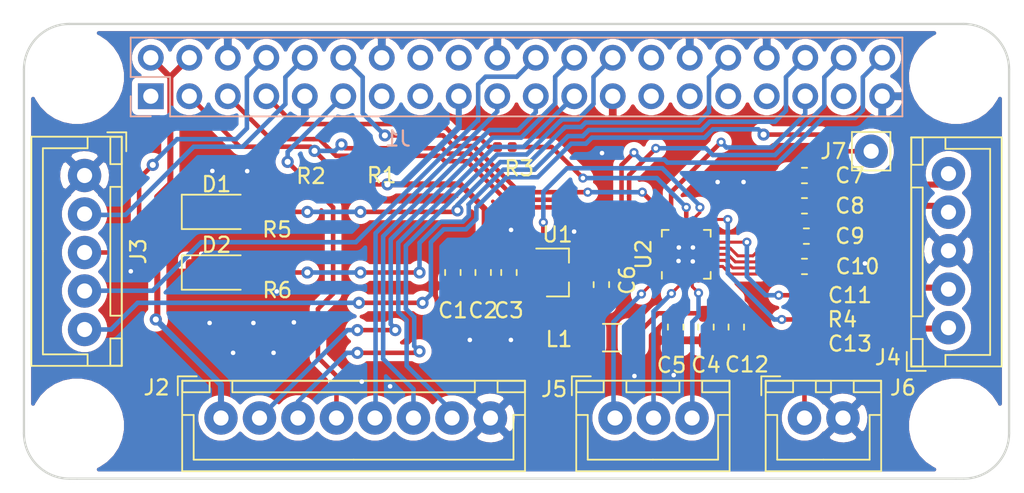
<source format=kicad_pcb>
(kicad_pcb (version 20171130) (host pcbnew "(5.1.6)-1")
  (title_block (title "Raspberry Pi Zero (W) uHAT Template Board") (date 2019-02-28) (rev 1.0) (comment 1 "This PCB design is licensed under MIT Open Source License."))
  (layers (0 F.Cu signal) (31 B.Cu signal) (34 B.Paste user) (35 F.Paste user) (36 B.SilkS user) (37 F.SilkS user) (38 B.Mask user) (39 F.Mask user) (44 Edge.Cuts user))
  (net 0 "")
  (net 1 +3V3)
  (net 2 +5V)
  (net 3 GND)
  (net 4 /GPIO27_GEN2)
  (net 5 /GPIO22_GEN3)
  (net 6 /GPIO23_GEN4)
  (net 7 /GPIO24_GEN5)
  (net 8 /ID_SD)
  (net 9 /ID_SC)
  (net 10 /GPIO5)
  (net 11 /GPIO6)
  (net 12 /GPIO13)
  (net 13 /GPIO26)
  (net 14 TFT_CD)
  (net 15 MOSI)
  (net 16 MISO)
  (net 17 SCLK)
  (net 18 LED_CS)
  (net 19 TOUCH_CS)
  (net 20 "Net-(C4-Pad1)")
  (net 21 "Net-(C6-Pad1)")
  (net 22 "Net-(C7-Pad1)")
  (net 23 LINEIN_L)
  (net 24 LINEIN_R)
  (net 25 "Net-(C8-Pad1)")
  (net 26 "Net-(C9-Pad1)")
  (net 27 LINEOUT_R)
  (net 28 LINEOUT_L)
  (net 29 "Net-(C10-Pad1)")
  (net 30 "Net-(C11-Pad1)")
  (net 31 MIC_IN)
  (net 32 "Net-(C12-Pad1)")
  (net 33 "Net-(C13-Pad1)")
  (net 34 SDA)
  (net 35 SCL)
  (net 36 SGTL_MCLK)
  (net 37 RPI_TX)
  (net 38 RPI_RX)
  (net 39 SGTL_BLCK)
  (net 40 RPI_READY)
  (net 41 I2S_RX_ACTIVE)
  (net 42 SGTL_FCLK)
  (net 43 I2S_TX_ACTIVE)
  (net 44 SGTL_I2S_OUT)
  (net 45 SGTL_I2S_IN)
  (net 46 RPI_RUN)
  (net 47 HP_GND)
  (net 48 HP_R)
  (net 49 HP_L)
  (net 50 "Net-(R3-Pad2)")
  (net 51 "Net-(D1-Pad2)")
  (net 52 "Net-(D2-Pad2)")
  (module lib:PinSocket_2x20_P2.54mm_Vertical_Centered_Anchor (layer B.Cu) (at 125.902 95.838 270)
    (fp_text reference J1 (at 2.8 -16.3) (layer B.SilkS) (effects (justify mirror)))
    (fp_text value GPIO_CONNECTOR)
    (pad 1 thru_hole rect (at 0 0 270) (size 1.7 1.7) (drill 1) (layers *.Cu *.Mask) (net 1 +3V3))
    (pad 2 thru_hole oval (at -2.54 0 270) (size 1.7 1.7) (drill 1) (layers *.Cu *.Mask) (net 2 +5V))
    (pad 3 thru_hole oval (at 0 -2.54 270) (size 1.7 1.7) (drill 1) (layers *.Cu *.Mask) (net 34 SDA))
    (pad 4 thru_hole oval (at -2.54 -2.54 270) (size 1.7 1.7) (drill 1) (layers *.Cu *.Mask) (net 2 +5V))
    (pad 5 thru_hole oval (at 0 -5.08 270) (size 1.7 1.7) (drill 1) (layers *.Cu *.Mask) (net 35 SCL))
    (pad 6 thru_hole oval (at -2.54 -5.08 270) (size 1.7 1.7) (drill 1) (layers *.Cu *.Mask) (net 3 GND))
    (pad 7 thru_hole oval (at 0 -7.62 270) (size 1.7 1.7) (drill 1) (layers *.Cu *.Mask) (net 36 SGTL_MCLK))
    (pad 8 thru_hole oval (at -2.54 -7.62 270) (size 1.7 1.7) (drill 1) (layers *.Cu *.Mask) (net 37 RPI_TX))
    (pad 9 thru_hole oval (at 0 -10.16 270) (size 1.7 1.7) (drill 1) (layers *.Cu *.Mask) (net 3 GND))
    (pad 10 thru_hole oval (at -2.54 -10.16 270) (size 1.7 1.7) (drill 1) (layers *.Cu *.Mask) (net 38 RPI_RX))
    (pad 11 thru_hole oval (at 0 -12.7 270) (size 1.7 1.7) (drill 1) (layers *.Cu *.Mask) (net 14 TFT_CD))
    (pad 12 thru_hole oval (at -2.54 -12.7 270) (size 1.7 1.7) (drill 1) (layers *.Cu *.Mask) (net 39 SGTL_BLCK))
    (pad 13 thru_hole oval (at 0 -15.24 270) (size 1.7 1.7) (drill 1) (layers *.Cu *.Mask) (net 4 /GPIO27_GEN2))
    (pad 14 thru_hole oval (at -2.54 -15.24 270) (size 1.7 1.7) (drill 1) (layers *.Cu *.Mask) (net 3 GND))
    (pad 15 thru_hole oval (at 0 -17.78 270) (size 1.7 1.7) (drill 1) (layers *.Cu *.Mask) (net 5 /GPIO22_GEN3))
    (pad 16 thru_hole oval (at -2.54 -17.78 270) (size 1.7 1.7) (drill 1) (layers *.Cu *.Mask) (net 6 /GPIO23_GEN4))
    (pad 17 thru_hole oval (at 0 -20.32 270) (size 1.7 1.7) (drill 1) (layers *.Cu *.Mask) (net 1 +3V3))
    (pad 18 thru_hole oval (at -2.54 -20.32 270) (size 1.7 1.7) (drill 1) (layers *.Cu *.Mask) (net 7 /GPIO24_GEN5))
    (pad 19 thru_hole oval (at 0 -22.86 270) (size 1.7 1.7) (drill 1) (layers *.Cu *.Mask) (net 15 MOSI))
    (pad 20 thru_hole oval (at -2.54 -22.86 270) (size 1.7 1.7) (drill 1) (layers *.Cu *.Mask) (net 3 GND))
    (pad 21 thru_hole oval (at 0 -25.4 270) (size 1.7 1.7) (drill 1) (layers *.Cu *.Mask) (net 16 MISO))
    (pad 22 thru_hole oval (at -2.54 -25.4 270) (size 1.7 1.7) (drill 1) (layers *.Cu *.Mask) (net 40 RPI_READY))
    (pad 23 thru_hole oval (at 0 -27.94 270) (size 1.7 1.7) (drill 1) (layers *.Cu *.Mask) (net 17 SCLK))
    (pad 24 thru_hole oval (at -2.54 -27.94 270) (size 1.7 1.7) (drill 1) (layers *.Cu *.Mask) (net 18 LED_CS))
    (pad 25 thru_hole oval (at 0 -30.48 270) (size 1.7 1.7) (drill 1) (layers *.Cu *.Mask) (net 3 GND))
    (pad 26 thru_hole oval (at -2.54 -30.48 270) (size 1.7 1.7) (drill 1) (layers *.Cu *.Mask) (net 19 TOUCH_CS))
    (pad 27 thru_hole oval (at 0 -33.02 270) (size 1.7 1.7) (drill 1) (layers *.Cu *.Mask) (net 8 /ID_SD))
    (pad 28 thru_hole oval (at -2.54 -33.02 270) (size 1.7 1.7) (drill 1) (layers *.Cu *.Mask) (net 9 /ID_SC))
    (pad 29 thru_hole oval (at 0 -35.56 270) (size 1.7 1.7) (drill 1) (layers *.Cu *.Mask) (net 10 /GPIO5))
    (pad 30 thru_hole oval (at -2.54 -35.56 270) (size 1.7 1.7) (drill 1) (layers *.Cu *.Mask) (net 3 GND))
    (pad 31 thru_hole oval (at 0 -38.1 270) (size 1.7 1.7) (drill 1) (layers *.Cu *.Mask) (net 11 /GPIO6))
    (pad 32 thru_hole oval (at -2.54 -38.1 270) (size 1.7 1.7) (drill 1) (layers *.Cu *.Mask) (net 41 I2S_RX_ACTIVE))
    (pad 33 thru_hole oval (at 0 -40.64 270) (size 1.7 1.7) (drill 1) (layers *.Cu *.Mask) (net 12 /GPIO13))
    (pad 34 thru_hole oval (at -2.54 -40.64 270) (size 1.7 1.7) (drill 1) (layers *.Cu *.Mask) (net 3 GND))
    (pad 35 thru_hole oval (at 0 -43.18 270) (size 1.7 1.7) (drill 1) (layers *.Cu *.Mask) (net 42 SGTL_FCLK))
    (pad 36 thru_hole oval (at -2.54 -43.18 270) (size 1.7 1.7) (drill 1) (layers *.Cu *.Mask) (net 43 I2S_TX_ACTIVE))
    (pad 37 thru_hole oval (at 0 -45.72 270) (size 1.7 1.7) (drill 1) (layers *.Cu *.Mask) (net 13 /GPIO26))
    (pad 38 thru_hole oval (at -2.54 -45.72 270) (size 1.7 1.7) (drill 1) (layers *.Cu *.Mask) (net 44 SGTL_I2S_OUT))
    (pad 39 thru_hole oval (at 0 -48.26 270) (size 1.7 1.7) (drill 1) (layers *.Cu *.Mask) (net 3 GND))
    (pad 40 thru_hole oval (at -2.54 -48.26 270) (size 1.7 1.7) (drill 1) (layers *.Cu *.Mask) (net 45 SGTL_I2S_IN))
  )
  (module lib:MountingHole_2.7mm_M2.5_uHAT_RPi (layer F.Cu) (at 121.032 94.568)
    (fp_text reference H1 hide)
    (fp_text value MountingHole hide)
    (pad "" np_thru_hole circle (at 0 0) (size 2.7 2.7) (drill 2.7) (layers *.Cu *.Mask) (clearance 1.75))
  )
  (module lib:MountingHole_2.7mm_M2.5_uHAT_RPi (layer F.Cu) (at 179.032 94.568)
    (fp_text reference H2 hide)
    (fp_text value MountingHole hide)
    (pad "" np_thru_hole circle (at 0 0) (size 2.7 2.7) (drill 2.7) (layers *.Cu *.Mask) (clearance 1.75))
  )
  (module lib:MountingHole_2.7mm_M2.5_uHAT_RPi (layer F.Cu) (at 179.032 117.568)
    (fp_text reference H3 hide)
    (fp_text value MountingHole hide)
    (pad "" np_thru_hole circle (at 0 0) (size 2.7 2.7) (drill 2.7) (layers *.Cu *.Mask) (clearance 1.75))
  )
  (module lib:MountingHole_2.7mm_M2.5_uHAT_RPi (layer F.Cu) (at 121.032 117.568)
    (fp_text reference H4 hide)
    (fp_text value MountingHole hide)
    (pad "" np_thru_hole circle (at 0 0) (size 2.7 2.7) (drill 2.7) (layers *.Cu *.Mask) (clearance 1.75))
  )
  (module 0_my_footprints:myJSTx08 (layer F.Cu) (at 130.532 117.068)
    (fp_text reference J2 (at -4.25 -2.01) (layer F.SilkS))
    (fp_text value display)
    (pad 1 thru_hole circle (at 0 0) (size 2.2 2.2) (drill 1) (layers *.Cu *.Mask) (net 2 +5V))
    (pad 2 thru_hole circle (at 2.54 0) (size 2.2 2.2) (drill 1) (layers *.Cu *.Mask) (net 18 LED_CS))
    (pad 3 thru_hole circle (at 5.08 0) (size 2.2 2.2) (drill 1) (layers *.Cu *.Mask) (net 19 TOUCH_CS))
    (pad 4 thru_hole circle (at 7.62 0) (size 2.2 2.2) (drill 1) (layers *.Cu *.Mask) (net 14 TFT_CD))
    (pad 5 thru_hole circle (at 10.16 0) (size 2.2 2.2) (drill 1) (layers *.Cu *.Mask) (net 15 MOSI))
    (pad 6 thru_hole circle (at 12.7 0) (size 2.2 2.2) (drill 1) (layers *.Cu *.Mask) (net 16 MISO))
    (pad 7 thru_hole circle (at 15.24 0) (size 2.2 2.2) (drill 1) (layers *.Cu *.Mask) (net 17 SCLK))
    (pad 8 thru_hole circle (at 17.78 0) (size 2.2 2.2) (drill 1) (layers *.Cu *.Mask) (net 3 GND))
  )
  (module Capacitor_SMD:C_0603_1608Metric_Pad1.05x0.95mm_HandSolder (layer F.Cu) (at 145.832 107.468 270)
    (fp_text reference C1 (at 2.5 0 180) (layer F.SilkS))
    (fp_text value 2.2uf)
    (pad 1 smd roundrect (at -0.875 0 270) (size 1.05 0.95) (layers F.Cu F.Paste F.Mask) (net 1 +3V3))
    (pad 2 smd roundrect (at 0.875 0 270) (size 1.05 0.95) (layers F.Cu F.Paste F.Mask) (net 3 GND))
  )
  (module Capacitor_SMD:C_0603_1608Metric_Pad1.05x0.95mm_HandSolder (layer F.Cu) (at 147.832 107.468 270)
    (fp_text reference C2 (at 2.5 0 180) (layer F.SilkS))
    (fp_text value 0.1uf)
    (pad 2 smd roundrect (at 0.875 0 270) (size 1.05 0.95) (layers F.Cu F.Paste F.Mask) (net 3 GND))
    (pad 1 smd roundrect (at -0.875 0 270) (size 1.05 0.95) (layers F.Cu F.Paste F.Mask) (net 1 +3V3))
  )
  (module Capacitor_SMD:C_0603_1608Metric_Pad1.05x0.95mm_HandSolder (layer F.Cu) (at 149.532 107.468 270)
    (fp_text reference C3 (at 2.5 0 180) (layer F.SilkS))
    (fp_text value 0.1uf)
    (pad 1 smd roundrect (at -0.875 0 270) (size 1.05 0.95) (layers F.Cu F.Paste F.Mask) (net 1 +3V3))
    (pad 2 smd roundrect (at 0.875 0 270) (size 1.05 0.95) (layers F.Cu F.Paste F.Mask) (net 3 GND))
  )
  (module Capacitor_SMD:C_0603_1608Metric_Pad1.05x0.95mm_HandSolder (layer F.Cu) (at 162.532 111.068 270)
    (fp_text reference C4 (at 2.5 0 180) (layer F.SilkS))
    (fp_text value 2.2uf)
    (pad 1 smd roundrect (at -0.875 0 270) (size 1.05 0.95) (layers F.Cu F.Paste F.Mask) (net 20 "Net-(C4-Pad1)"))
    (pad 2 smd roundrect (at 0.875 0 270) (size 1.05 0.95) (layers F.Cu F.Paste F.Mask) (net 3 GND))
  )
  (module Capacitor_SMD:C_0603_1608Metric_Pad1.05x0.95mm_HandSolder (layer F.Cu) (at 160.532 111.068 270)
    (fp_text reference C5 (at 2.51 0.27 180) (layer F.SilkS))
    (fp_text value 0.1uf)
    (pad 2 smd roundrect (at 0.875 0 270) (size 1.05 0.95) (layers F.Cu F.Paste F.Mask) (net 3 GND))
    (pad 1 smd roundrect (at -0.875 0 270) (size 1.05 0.95) (layers F.Cu F.Paste F.Mask) (net 20 "Net-(C4-Pad1)"))
  )
  (module Capacitor_SMD:C_0603_1608Metric_Pad1.05x0.95mm_HandSolder (layer F.Cu) (at 155.632 108.268 270)
    (fp_text reference C6 (at -0.3 -1.7 90) (layer F.SilkS))
    (fp_text value 2.2uf)
    (pad 2 smd roundrect (at 0.875 0 270) (size 1.05 0.95) (layers F.Cu F.Paste F.Mask) (net 3 GND))
    (pad 1 smd roundrect (at -0.875 0 270) (size 1.05 0.95) (layers F.Cu F.Paste F.Mask) (net 21 "Net-(C6-Pad1)"))
  )
  (module Capacitor_SMD:C_0603_1608Metric_Pad1.05x0.95mm_HandSolder (layer F.Cu) (at 169.032 101.068)
    (fp_text reference C7 (at 3 0) (layer F.SilkS))
    (fp_text value 2.2uf)
    (pad 1 smd roundrect (at -0.875 0) (size 1.05 0.95) (layers F.Cu F.Paste F.Mask) (net 22 "Net-(C7-Pad1)"))
    (pad 2 smd roundrect (at 0.875 0) (size 1.05 0.95) (layers F.Cu F.Paste F.Mask) (net 23 LINEIN_L))
  )
  (module Capacitor_SMD:C_0603_1608Metric_Pad1.05x0.95mm_HandSolder (layer F.Cu) (at 169.032 103.068)
    (fp_text reference C8 (at 3 0) (layer F.SilkS))
    (fp_text value 2.2uf)
    (pad 2 smd roundrect (at 0.875 0) (size 1.05 0.95) (layers F.Cu F.Paste F.Mask) (net 24 LINEIN_R))
    (pad 1 smd roundrect (at -0.875 0) (size 1.05 0.95) (layers F.Cu F.Paste F.Mask) (net 25 "Net-(C8-Pad1)"))
  )
  (module Capacitor_SMD:C_0603_1608Metric_Pad1.05x0.95mm_HandSolder (layer F.Cu) (at 169.157 105.068)
    (fp_text reference C9 (at 2.875 0) (layer F.SilkS))
    (fp_text value 2.2uf)
    (pad 1 smd roundrect (at -0.875 0) (size 1.05 0.95) (layers F.Cu F.Paste F.Mask) (net 26 "Net-(C9-Pad1)"))
    (pad 2 smd roundrect (at 0.875 0) (size 1.05 0.95) (layers F.Cu F.Paste F.Mask) (net 28 LINEOUT_L))
  )
  (module Capacitor_SMD:C_0603_1608Metric_Pad1.05x0.95mm_HandSolder (layer F.Cu) (at 169.032 107.068)
    (fp_text reference C10 (at 3.5 0) (layer F.SilkS))
    (fp_text value 2.2uf)
    (pad 2 smd roundrect (at 0.875 0) (size 1.05 0.95) (layers F.Cu F.Paste F.Mask) (net 27 LINEOUT_R))
    (pad 1 smd roundrect (at -0.875 0) (size 1.05 0.95) (layers F.Cu F.Paste F.Mask) (net 29 "Net-(C10-Pad1)"))
  )
  (module Capacitor_SMD:C_0603_1608Metric_Pad1.05x0.95mm_HandSolder (layer F.Cu) (at 164.532 111.068 270)
    (fp_text reference C12 (at 2.47 -0.7 180) (layer F.SilkS))
    (fp_text value 0.15uf)
    (pad 2 smd roundrect (at 0.875 0 270) (size 1.05 0.95) (layers F.Cu F.Paste F.Mask) (net 3 GND))
    (pad 1 smd roundrect (at -0.875 0 270) (size 1.05 0.95) (layers F.Cu F.Paste F.Mask) (net 32 "Net-(C12-Pad1)"))
  )
  (module 0_my_footprints:myJSTx05 (layer F.Cu) (at 121.532 101.068 270)
    (fp_text reference J3 (at 5 -3.55 90) (layer F.SilkS))
    (fp_text value esp32)
    (pad 1 thru_hole circle (at 0 0 270) (size 2.2 2.2) (drill 1) (layers *.Cu *.Mask) (net 3 GND))
    (pad 2 thru_hole circle (at 2.54 0 270) (size 2.2 2.2) (drill 1) (layers *.Cu *.Mask) (net 38 RPI_RX))
    (pad 3 thru_hole circle (at 5.08 0 270) (size 2.2 2.2) (drill 1) (layers *.Cu *.Mask) (net 37 RPI_TX))
    (pad 4 thru_hole circle (at 7.62 0 270) (size 2.2 2.2) (drill 1) (layers *.Cu *.Mask) (net 40 RPI_READY))
    (pad 5 thru_hole circle (at 10.16 0 270) (size 2.2 2.2) (drill 1) (layers *.Cu *.Mask) (net 46 RPI_RUN))
  )
  (module 0_my_footprints:myJSTx05 (layer F.Cu) (at 178.532 111.108 90)
    (fp_text reference J4 (at -1.96 -4 180) (layer F.SilkS))
    (fp_text value audio)
    (pad 5 thru_hole circle (at 10.16 0 90) (size 2.2 2.2) (drill 1) (layers *.Cu *.Mask) (net 23 LINEIN_L))
    (pad 4 thru_hole circle (at 7.62 0 90) (size 2.2 2.2) (drill 1) (layers *.Cu *.Mask) (net 24 LINEIN_R))
    (pad 3 thru_hole circle (at 5.08 0 90) (size 2.2 2.2) (drill 1) (layers *.Cu *.Mask) (net 3 GND))
    (pad 2 thru_hole circle (at 2.54 0 90) (size 2.2 2.2) (drill 1) (layers *.Cu *.Mask) (net 28 LINEOUT_L))
    (pad 1 thru_hole circle (at 0 0 90) (size 2.2 2.2) (drill 1) (layers *.Cu *.Mask) (net 27 LINEOUT_R))
  )
  (module 0_my_footprints:myJSTx03 (layer F.Cu) (at 156.532 117.068)
    (fp_text reference J5 (at -4.02 -1.9) (layer F.SilkS))
    (fp_text value HP)
    (pad 1 thru_hole circle (at 0 0) (size 2.2 2.2) (drill 1) (layers *.Cu *.Mask) (net 48 HP_R))
    (pad 2 thru_hole circle (at 2.54 0) (size 2.2 2.2) (drill 1) (layers *.Cu *.Mask) (net 47 HP_GND))
    (pad 3 thru_hole circle (at 5.08 0) (size 2.2 2.2) (drill 1) (layers *.Cu *.Mask) (net 49 HP_L))
  )
  (module 0_my_footprints:myJSTx02 (layer F.Cu) (at 169.032 117.068)
    (fp_text reference J6 (at 6.5 -2) (layer F.SilkS))
    (fp_text value mic)
    (pad 1 thru_hole circle (at 0 0) (size 2.2 2.2) (drill 1) (layers *.Cu *.Mask) (net 31 MIC_IN))
    (pad 2 thru_hole circle (at 2.54 0) (size 2.2 2.2) (drill 1) (layers *.Cu *.Mask) (net 3 GND))
  )
  (module 0_my_footprints:myPinHeader_1x01 (layer F.Cu) (at 173.432 99.468)
    (fp_text reference J7 (at -2.5 0) (layer F.SilkS))
    (fp_text value RPI_RUN)
    (pad 1 thru_hole circle (at 0 0) (size 2.2 2.2) (drill 1) (layers *.Cu *.Mask) (net 46 RPI_RUN))
  )
  (module Inductor_SMD:L_1206_3216Metric (layer F.Cu) (at 156.332 111.768)
    (fp_text reference L1 (at -3.5 0.1) (layer F.SilkS))
    (fp_text value "Ferrite 600")
    (pad 1 smd roundrect (at -1.4 0) (size 1.25 1.75) (layers F.Cu F.Paste F.Mask) (roundrect_rratio 0.2) (net 1 +3V3))
    (pad 2 smd roundrect (at 1.4 0) (size 1.25 1.75) (layers F.Cu F.Paste F.Mask) (roundrect_rratio 0.2) (net 20 "Net-(C4-Pad1)"))
  )
  (module Package_DFN_QFN:QFN-20-1EP_3x3mm_P0.4mm_EP1.65x1.65mm (layer F.Cu) (at 161.232 106.268 90)
    (fp_text reference U2 (at 0 -2.82 90) (layer F.SilkS))
    (fp_text value pauls_sgtl_5000_20)
    (pad 1 smd roundrect (at -1.45 -0.8 90) (size 0.85 0.2) (layers F.Cu F.Paste F.Mask) (net 48 HP_R))
    (pad 2 smd roundrect (at -1.45 -0.4 90) (size 0.85 0.2) (layers F.Cu F.Paste F.Mask) (net 47 HP_GND))
    (pad 3 smd roundrect (at -1.45 0 90) (size 0.85 0.2) (layers F.Cu F.Paste F.Mask) (net 20 "Net-(C4-Pad1)"))
    (pad 4 smd roundrect (at -1.45 0.4 90) (size 0.85 0.2) (layers F.Cu F.Paste F.Mask) (net 49 HP_L))
    (pad 5 smd roundrect (at -1.45 0.8 90) (size 0.85 0.2) (layers F.Cu F.Paste F.Mask) (net 32 "Net-(C12-Pad1)"))
    (pad 6 smd roundrect (at -0.8 1.45 90) (size 0.2 0.85) (layers F.Cu F.Paste F.Mask) (net 29 "Net-(C10-Pad1)"))
    (pad 7 smd roundrect (at -0.4 1.45 90) (size 0.2 0.85) (layers F.Cu F.Paste F.Mask) (net 26 "Net-(C9-Pad1)"))
    (pad 8 smd roundrect (at 0 1.45 90) (size 0.2 0.85) (layers F.Cu F.Paste F.Mask) (net 25 "Net-(C8-Pad1)"))
    (pad 9 smd roundrect (at 0.4 1.45 90) (size 0.2 0.85) (layers F.Cu F.Paste F.Mask) (net 22 "Net-(C7-Pad1)"))
    (pad 10 smd roundrect (at 0.8 1.45 90) (size 0.2 0.85) (layers F.Cu F.Paste F.Mask) (net 30 "Net-(C11-Pad1)"))
    (pad 11 smd roundrect (at 1.45 0.8 90) (size 0.85 0.2) (layers F.Cu F.Paste F.Mask) (net 33 "Net-(C13-Pad1)"))
    (pad 12 smd roundrect (at 1.45 0.4 90) (size 0.85 0.2) (layers F.Cu F.Paste F.Mask) (net 1 +3V3))
    (pad 13 smd roundrect (at 1.45 0 90) (size 0.85 0.2) (layers F.Cu F.Paste F.Mask) (net 50 "Net-(R3-Pad2)"))
    (pad 14 smd roundrect (at 1.45 -0.4 90) (size 0.85 0.2) (layers F.Cu F.Paste F.Mask) (net 42 SGTL_FCLK))
    (pad 15 smd roundrect (at 1.45 -0.8 90) (size 0.85 0.2) (layers F.Cu F.Paste F.Mask) (net 39 SGTL_BLCK))
    (pad 16 smd roundrect (at 0.8 -1.45 90) (size 0.2 0.85) (layers F.Cu F.Paste F.Mask) (net 44 SGTL_I2S_OUT))
    (pad 17 smd roundrect (at 0.4 -1.45 90) (size 0.2 0.85) (layers F.Cu F.Paste F.Mask) (net 45 SGTL_I2S_IN))
    (pad 18 smd roundrect (at 0 -1.45 90) (size 0.2 0.85) (layers F.Cu F.Paste F.Mask) (net 34 SDA))
    (pad 19 smd roundrect (at -0.4 -1.45 90) (size 0.2 0.85) (layers F.Cu F.Paste F.Mask) (net 35 SCL))
    (pad 20 smd roundrect (at -0.8 -1.45 90) (size 0.2 0.85) (layers F.Cu F.Paste F.Mask) (net 21 "Net-(C6-Pad1)"))
    (pad 21 smd rect (at 0 0 90) (size 1.65 1.65) (layers F.Cu F.Mask) (net 3 GND))
  )
  (module Package_TO_SOT_SMD:SOT-23 (layer F.Cu) (at 152.732 107.468)
    (fp_text reference U1 (at 0 -2.5) (layer F.SilkS))
    (fp_text value AP7313-18)
    (pad 1 smd rect (at -1 -0.95) (size 0.9 0.8) (layers F.Cu F.Paste F.Mask) (net 1 +3V3))
    (pad 2 smd rect (at -1 0.95) (size 0.9 0.8) (layers F.Cu F.Paste F.Mask) (net 3 GND))
    (pad 3 smd rect (at 1 0) (size 0.9 0.8) (layers F.Cu F.Paste F.Mask) (net 21 "Net-(C6-Pad1)"))
  )
  (module Capacitor_SMD:C_0402_1005Metric (layer F.Cu) (at 169.032 108.968)
    (fp_text reference C11 (at 3 0) (layer F.SilkS))
    (fp_text value 0.1uf)
    (pad 1 smd roundrect (at -0.485 0) (size 0.59 0.64) (layers F.Cu F.Paste F.Mask) (net 30 "Net-(C11-Pad1)"))
    (pad 2 smd roundrect (at 0.485 0) (size 0.59 0.64) (layers F.Cu F.Paste F.Mask) (net 31 MIC_IN))
  )
  (module Capacitor_SMD:C_0402_1005Metric (layer F.Cu) (at 169.032 112.068)
    (fp_text reference C13 (at 3 0.1) (layer F.SilkS))
    (fp_text value 2.2uf)
    (pad 2 smd roundrect (at 0.485 0) (size 0.59 0.64) (layers F.Cu F.Paste F.Mask) (net 3 GND))
    (pad 1 smd roundrect (at -0.485 0) (size 0.59 0.64) (layers F.Cu F.Paste F.Mask) (net 33 "Net-(C13-Pad1)"))
  )
  (module LED_SMD:LED_1206_3216Metric (layer F.Cu) (at 130.232 103.468)
    (fp_text reference D1 (at 0 -1.82) (layer F.SilkS))
    (fp_text value LED)
    (pad 2 smd roundrect (at 1.4 0) (size 1.25 1.75) (layers F.Cu F.Paste F.Mask) (roundrect_rratio 0.2) (net 51 "Net-(D1-Pad2)"))
    (pad 1 smd roundrect (at -1.4 0) (size 1.25 1.75) (layers F.Cu F.Paste F.Mask) (roundrect_rratio 0.2) (net 3 GND))
  )
  (module LED_SMD:LED_1206_3216Metric (layer F.Cu) (at 130.232 107.468)
    (fp_text reference D2 (at 0 -1.82) (layer F.SilkS))
    (fp_text value LED)
    (pad 1 smd roundrect (at -1.4 0) (size 1.25 1.75) (layers F.Cu F.Paste F.Mask) (roundrect_rratio 0.2) (net 3 GND))
    (pad 2 smd roundrect (at 1.4 0) (size 1.25 1.75) (layers F.Cu F.Paste F.Mask) (roundrect_rratio 0.2) (net 52 "Net-(D2-Pad2)"))
  )
  (module Resistor_SMD:R_0402_1005Metric (layer F.Cu) (at 139.632 101.168 90)
    (fp_text reference R1 (at 0.11 1.5 180) (layer F.SilkS))
    (fp_text value 2.2k)
    (pad 2 smd roundrect (at 0.485 0 90) (size 0.59 0.64) (layers F.Cu F.Paste F.Mask) (net 35 SCL))
    (pad 1 smd roundrect (at -0.485 0 90) (size 0.59 0.64) (layers F.Cu F.Paste F.Mask) (net 1 +3V3))
  )
  (module Resistor_SMD:R_0402_1005Metric (layer F.Cu) (at 138.132 101.168 90)
    (fp_text reference R2 (at 0.06 -1.66 180) (layer F.SilkS))
    (fp_text value 2.2k)
    (pad 2 smd roundrect (at 0.485 0 90) (size 0.59 0.64) (layers F.Cu F.Paste F.Mask) (net 34 SDA))
    (pad 1 smd roundrect (at -0.485 0 90) (size 0.59 0.64) (layers F.Cu F.Paste F.Mask) (net 1 +3V3))
  )
  (module Resistor_SMD:R_0402_1005Metric (layer F.Cu) (at 149.262 99.188)
    (fp_text reference R3 (at 0.95 1.41) (layer F.SilkS))
    (fp_text value 100)
    (pad 1 smd roundrect (at -0.485 0) (size 0.59 0.64) (layers F.Cu F.Paste F.Mask) (net 36 SGTL_MCLK))
    (pad 2 smd roundrect (at 0.485 0) (size 0.59 0.64) (layers F.Cu F.Paste F.Mask) (net 50 "Net-(R3-Pad2)"))
  )
  (module Resistor_SMD:R_0402_1005Metric (layer F.Cu) (at 169.032 110.568)
    (fp_text reference R4 (at 2.5 0) (layer F.SilkS))
    (fp_text value 2.2k)
    (pad 1 smd roundrect (at -0.485 0) (size 0.59 0.64) (layers F.Cu F.Paste F.Mask) (net 33 "Net-(C13-Pad1)"))
    (pad 2 smd roundrect (at 0.485 0) (size 0.59 0.64) (layers F.Cu F.Paste F.Mask) (net 31 MIC_IN))
  )
  (module Resistor_SMD:R_0402_1005Metric (layer F.Cu) (at 134.232 103.468 180)
    (fp_text reference R5 (at 0 -1.17) (layer F.SilkS))
    (fp_text value 2.2k)
    (pad 2 smd roundrect (at 0.485 0 180) (size 0.59 0.64) (layers F.Cu F.Paste F.Mask) (net 51 "Net-(D1-Pad2)"))
    (pad 1 smd roundrect (at -0.485 0 180) (size 0.59 0.64) (layers F.Cu F.Paste F.Mask) (net 41 I2S_RX_ACTIVE))
  )
  (module Resistor_SMD:R_0402_1005Metric (layer F.Cu) (at 134.247 107.468 180)
    (fp_text reference R6 (at 0 -1.17) (layer F.SilkS))
    (fp_text value 2.2k)
    (pad 1 smd roundrect (at -0.485 0 180) (size 0.59 0.64) (layers F.Cu F.Paste F.Mask) (net 43 I2S_TX_ACTIVE))
    (pad 2 smd roundrect (at 0.485 0 180) (size 0.59 0.64) (layers F.Cu F.Paste F.Mask) (net 52 "Net-(D2-Pad2)"))
  )
  (gr_line (start 121.032 121.068) (end 120.532 121.068) (layer Edge.Cuts) (width 0.15))
  (gr_line (start 179.032 121.068) (end 179.532 121.068) (layer Edge.Cuts) (width 0.15))
  (gr_line (start 182.532 94.068) (end 182.532 118.068) (layer Edge.Cuts) (width 0.15))
  (gr_line (start 120.532 91.068) (end 179.532 91.068) (layer Edge.Cuts) (width 0.15))
  (gr_line (start 117.532 118.068) (end 117.532 94.068) (layer Edge.Cuts) (width 0.15))
  (gr_arc (start 120.532 94.068) (end 120.532 91.068) (angle -90) (layer Edge.Cuts) (width 0.15))
  (gr_arc (start 120.532 118.068) (end 117.532 118.068) (angle -90) (layer Edge.Cuts) (width 0.15))
  (gr_arc (start 179.532 118.068) (end 179.532 121.068) (angle -90) (layer Edge.Cuts) (width 0.15))
  (gr_arc (start 179.532 94.068) (end 182.532 94.068) (angle -90) (layer Edge.Cuts) (width 0.15))
  (gr_line (start 121.032 121.068) (end 179.032 121.068) (layer Edge.Cuts) (width 0.15))
  (via (at 161.662 106.738) (size 0.6) (drill 0.3) (layers F.Cu B.Cu) (net 3))
  (via (at 160.722 106.708) (size 0.6) (drill 0.3) (layers F.Cu B.Cu) (net 3))
  (via (at 161.672 105.818) (size 0.6) (drill 0.3) (layers F.Cu B.Cu) (net 3))
  (via (at 160.742 105.818) (size 0.6) (drill 0.3) (layers F.Cu B.Cu) (net 3))
  (segment (start 138.132 101.653) (end 141.517 101.653) (width 0.3) (layer F.Cu) (net 1))
  (segment (start 141.517 101.653) (end 141.517 101.653) (width 0.3) (layer F.Cu) (net 1))
  (via (at 141.517 101.653) (size 0.8) (drill 0.4) (layers F.Cu B.Cu) (net 1))
  (segment (start 146.182 106.618) (end 146.132 106.568) (width 0.4) (layer F.Cu) (net 1))
  (segment (start 146.222 95.838) (end 146.222 97.90017) (width 0.4) (layer B.Cu) (net 1))
  (segment (start 142.46917 101.653) (end 141.517 101.653) (width 0.4) (layer B.Cu) (net 1))
  (segment (start 146.222 97.90017) (end 142.46917 101.653) (width 0.4) (layer B.Cu) (net 1))
  (segment (start 141.517 101.653) (end 146.317 101.653) (width 0.4) (layer F.Cu) (net 1))
  (segment (start 161.632 104.00441) (end 162.132 103.50441) (width 0.2) (layer F.Cu) (net 1))
  (segment (start 161.632 104.818) (end 161.632 104.00441) (width 0.2) (layer F.Cu) (net 1))
  (segment (start 162.132 103.50441) (end 162.132 103.168) (width 0.2) (layer F.Cu) (net 1))
  (segment (start 151.807 106.493) (end 151.832 106.468) (width 0.4) (layer F.Cu) (net 1))
  (segment (start 150.607 106.568) (end 150.607 109.918) (width 0.4) (layer F.Cu) (net 1))
  (segment (start 150.607 106.568) (end 151.807 106.568) (width 0.4) (layer F.Cu) (net 1))
  (segment (start 146.232 106.568) (end 150.607 106.568) (width 0.4) (layer F.Cu) (net 1))
  (segment (start 150.607 109.843) (end 152.532 111.768) (width 0.4) (layer F.Cu) (net 1))
  (segment (start 152.532 111.768) (end 155.032 111.768) (width 0.4) (layer F.Cu) (net 1))
  (segment (start 147.932 103.268) (end 147.932 106.468) (width 0.4) (layer F.Cu) (net 1))
  (segment (start 146.317 101.653) (end 147.932 103.268) (width 0.4) (layer F.Cu) (net 1))
  (segment (start 162.132 103.168) (end 162.132 103.168) (width 0.2) (layer F.Cu) (net 1))
  (via (at 162.132 103.168) (size 0.6) (drill 0.3) (layers F.Cu B.Cu) (net 1))
  (segment (start 153.362001 100.587999) (end 159.651999 100.587999) (width 0.3) (layer B.Cu) (net 1))
  (segment (start 159.651999 100.587999) (end 162.132 103.068) (width 0.3) (layer B.Cu) (net 1))
  (segment (start 151.802 102.148) (end 153.362001 100.587999) (width 0.3) (layer B.Cu) (net 1))
  (segment (start 162.132 103.068) (end 162.132 103.168) (width 0.3) (layer B.Cu) (net 1))
  (segment (start 151.802 104.158) (end 151.802 104.158) (width 0.3) (layer B.Cu) (net 1))
  (segment (start 151.802 104.158) (end 151.802 102.148) (width 0.3) (layer B.Cu) (net 1))
  (via (at 151.802 104.158) (size 0.6) (drill 0.3) (layers F.Cu B.Cu) (net 1))
  (segment (start 151.802 104.158) (end 151.802 106.348) (width 0.3) (layer F.Cu) (net 1))
  (segment (start 151.802 106.348) (end 151.842 106.388) (width 0.3) (layer F.Cu) (net 1))
  (segment (start 125.902 93.298) (end 127.191999 94.587999) (width 0.4) (layer F.Cu) (net 2))
  (segment (start 127.191999 94.548001) (end 127.191999 94.587999) (width 0.4) (layer F.Cu) (net 2))
  (segment (start 128.442 93.298) (end 127.191999 94.548001) (width 0.4) (layer F.Cu) (net 2))
  (segment (start 130.532 117.068) (end 130.532 114.868) (width 0.4) (layer B.Cu) (net 2))
  (segment (start 130.532 114.868) (end 126.232 110.568) (width 0.4) (layer B.Cu) (net 2))
  (segment (start 126.232 110.568) (end 126.232 110.568) (width 0.4) (layer B.Cu) (net 2))
  (via (at 126.232 110.568) (size 0.8) (drill 0.4) (layers F.Cu B.Cu) (net 2))
  (segment (start 126.332 110.468) (end 126.232 110.568) (width 0.4) (layer F.Cu) (net 2))
  (segment (start 127.191999 94.587999) (end 127.191999 101.608001) (width 0.4) (layer F.Cu) (net 2))
  (segment (start 126.332 102.468) (end 126.332 110.468) (width 0.4) (layer F.Cu) (net 2))
  (segment (start 127.191999 101.608001) (end 126.332 102.468) (width 0.4) (layer F.Cu) (net 2))
  (via (at 129.782 110.798) (size 0.6) (drill 0.3) (layers F.Cu B.Cu) (net 3))
  (via (at 132.672 110.798) (size 0.6) (drill 0.3) (layers F.Cu B.Cu) (net 3))
  (via (at 135.342 110.758) (size 0.6) (drill 0.3) (layers F.Cu B.Cu) (net 3))
  (via (at 131.332 112.768) (size 0.6) (drill 0.3) (layers F.Cu B.Cu) (net 3))
  (via (at 134.002 112.768) (size 0.6) (drill 0.3) (layers F.Cu B.Cu) (net 3))
  (via (at 124.582 107.388) (size 0.6) (drill 0.3) (layers F.Cu B.Cu) (net 3))
  (via (at 129.962 100.768) (size 0.6) (drill 0.3) (layers F.Cu B.Cu) (net 3))
  (via (at 132.262 100.778) (size 0.6) (drill 0.3) (layers F.Cu B.Cu) (net 3))
  (via (at 157.812 114.298) (size 0.6) (drill 0.3) (layers F.Cu B.Cu) (net 3))
  (via (at 160.402 114.238) (size 0.6) (drill 0.3) (layers F.Cu B.Cu) (net 3))
  (via (at 146.952 111.918) (size 0.6) (drill 0.3) (layers F.Cu B.Cu) (net 3))
  (via (at 149.662 111.918) (size 0.6) (drill 0.3) (layers F.Cu B.Cu) (net 3))
  (via (at 163.302 101.498) (size 0.6) (drill 0.3) (layers F.Cu B.Cu) (net 3))
  (via (at 165.012 101.498) (size 0.6) (drill 0.3) (layers F.Cu B.Cu) (net 3))
  (via (at 134.212 108.718) (size 0.6) (drill 0.3) (layers F.Cu B.Cu) (net 3))
  (via (at 139.822 114.668) (size 0.6) (drill 0.3) (layers F.Cu B.Cu) (net 3))
  (via (at 141.692 114.978) (size 0.6) (drill 0.3) (layers F.Cu B.Cu) (net 3))
  (via (at 155.672 99.588) (size 0.6) (drill 0.3) (layers F.Cu B.Cu) (net 3))
  (via (at 153.832 104.768) (size 0.6) (drill 0.3) (layers F.Cu B.Cu) (net 3))
  (via (at 149.672 104.658) (size 0.6) (drill 0.3) (layers F.Cu B.Cu) (net 3))
  (via (at 173.022 106.868) (size 0.6) (drill 0.3) (layers F.Cu B.Cu) (net 3))
  (segment (start 138.602 116.498) (end 138.132 116.968) (width 0.3) (layer B.Cu) (net 14))
  (segment (start 138.152 114.288) (end 138.152 117.068) (width 0.3) (layer F.Cu) (net 14))
  (segment (start 137.932 108.868) (end 136.932 109.868) (width 0.3) (layer F.Cu) (net 14))
  (segment (start 136.932 109.868) (end 136.932 113.068) (width 0.3) (layer F.Cu) (net 14))
  (segment (start 136.932 113.068) (end 138.152 114.288) (width 0.3) (layer F.Cu) (net 14))
  (segment (start 137.932 103.368) (end 137.932 103.168) (width 0.3) (layer F.Cu) (net 14))
  (segment (start 137.932 103.368) (end 137.932 108.868) (width 0.3) (layer F.Cu) (net 14))
  (segment (start 137.932 103.168) (end 134.932 100.168) (width 0.3) (layer F.Cu) (net 14))
  (via (at 134.932 100.168) (size 0.8) (drill 0.4) (layers F.Cu B.Cu) (net 14))
  (segment (start 134.932 99.508) (end 134.932 100.168) (width 0.3) (layer B.Cu) (net 14))
  (segment (start 138.602 95.838) (end 134.932 99.508) (width 0.3) (layer B.Cu) (net 14))
  (segment (start 148.762 96.738) (end 148.762 95.838) (width 0.3) (layer B.Cu) (net 15))
  (segment (start 148.762 96.84512) (end 148.762 96.738) (width 0.3) (layer B.Cu) (net 15))
  (segment (start 140.732 104.87512) (end 148.762 96.84512) (width 0.3) (layer B.Cu) (net 15))
  (segment (start 140.732 116.968) (end 140.732 104.87512) (width 0.3) (layer B.Cu) (net 15))
  (segment (start 141.032 117.268) (end 140.732 116.968) (width 0.3) (layer B.Cu) (net 15))
  (segment (start 143.232 117.068) (end 143.232 115.168) (width 0.3) (layer B.Cu) (net 16))
  (segment (start 141.232 113.168) (end 141.232 105.08224) (width 0.3) (layer B.Cu) (net 16))
  (segment (start 143.232 115.168) (end 141.232 113.168) (width 0.3) (layer B.Cu) (net 16))
  (segment (start 141.232 105.08224) (end 148.24624 98.068) (width 0.3) (layer B.Cu) (net 16))
  (segment (start 150.132 98.068) (end 151.302 96.898) (width 0.3) (layer B.Cu) (net 16))
  (segment (start 148.24624 98.068) (end 150.132 98.068) (width 0.3) (layer B.Cu) (net 16))
  (segment (start 151.302 96.898) (end 151.302 95.838) (width 0.3) (layer B.Cu) (net 16))
  (segment (start 145.772 117.068) (end 145.772 117.00088) (width 0.3) (layer B.Cu) (net 17))
  (segment (start 153.842 95.838) (end 150.49775 99.18225) (width 0.3) (layer B.Cu) (net 17))
  (segment (start 150.49775 99.18225) (end 148.54623 99.18225) (width 0.3) (layer B.Cu) (net 17))
  (segment (start 148.54623 99.18225) (end 145.09624 102.63224) (width 0.3) (layer B.Cu) (net 17))
  (segment (start 145.09624 102.63224) (end 142.23202 105.49646) (width 0.3) (layer B.Cu) (net 17))
  (segment (start 142.23202 105.49646) (end 142.23202 110.068) (width 0.3) (layer B.Cu) (net 17))
  (segment (start 142.782001 110.617981) (end 142.782001 113.618001) (width 0.3) (layer B.Cu) (net 17))
  (segment (start 142.23202 110.068) (end 142.782001 110.617981) (width 0.3) (layer B.Cu) (net 17))
  (segment (start 142.782001 113.618001) (end 145.932 116.768) (width 0.3) (layer B.Cu) (net 17))
  (segment (start 145.932 116.768) (end 145.932 117.068) (width 0.3) (layer B.Cu) (net 17))
  (segment (start 139.232 111.268) (end 139.532 111.268) (width 0.3) (layer B.Cu) (net 18))
  (via (at 142.032 111.268) (size 0.8) (drill 0.4) (layers F.Cu B.Cu) (net 18))
  (segment (start 139.532 111.268) (end 139.532 111.268) (width 0.3) (layer B.Cu) (net 18))
  (via (at 139.532 111.268) (size 0.8) (drill 0.4) (layers F.Cu B.Cu) (net 18))
  (segment (start 142.032 111.168) (end 142.032 111.268) (width 0.3) (layer B.Cu) (net 18))
  (segment (start 141.73201 105.28935) (end 141.73201 110.86801) (width 0.3) (layer B.Cu) (net 18))
  (segment (start 141.73201 110.86801) (end 142.032 111.168) (width 0.3) (layer B.Cu) (net 18))
  (segment (start 150.33911 98.56801) (end 148.45335 98.56801) (width 0.3) (layer B.Cu) (net 18))
  (segment (start 148.45335 98.56801) (end 141.73201 105.28935) (width 0.3) (layer B.Cu) (net 18))
  (segment (start 138.872 111.268) (end 139.532 111.268) (width 0.3) (layer B.Cu) (net 18))
  (segment (start 133.072 117.068) (end 138.872 111.268) (width 0.3) (layer B.Cu) (net 18))
  (segment (start 139.532 111.268) (end 142.032 111.268) (width 0.3) (layer F.Cu) (net 18))
  (segment (start 150.33911 98.56801) (end 152.582 96.32512) (width 0.3) (layer B.Cu) (net 18))
  (segment (start 152.582 96.32512) (end 152.582 96.038) (width 0.3) (layer B.Cu) (net 18))
  (segment (start 152.582 96.038) (end 152.582 96.29512) (width 0.3) (layer B.Cu) (net 18))
  (segment (start 152.582 94.808) (end 152.582 96.038) (width 0.3) (layer B.Cu) (net 18))
  (segment (start 152.582 94.808) (end 152.582 94.548) (width 0.3) (layer B.Cu) (net 18))
  (segment (start 152.582 94.548) (end 153.822 93.308) (width 0.3) (layer B.Cu) (net 18))
  (via (at 143.632 112.668) (size 0.8) (drill 0.4) (layers F.Cu B.Cu) (net 19))
  (via (at 139.532 112.768) (size 0.8) (drill 0.4) (layers F.Cu B.Cu) (net 19))
  (segment (start 135.612 117.068) (end 135.612 115.988) (width 0.3) (layer B.Cu) (net 19))
  (segment (start 138.832 112.768) (end 139.532 112.768) (width 0.3) (layer B.Cu) (net 19))
  (segment (start 135.612 115.988) (end 138.832 112.768) (width 0.3) (layer B.Cu) (net 19))
  (segment (start 143.532 112.768) (end 143.632 112.668) (width 0.3) (layer F.Cu) (net 19))
  (segment (start 139.532 112.768) (end 143.532 112.768) (width 0.3) (layer F.Cu) (net 19))
  (segment (start 154.088002 97.368) (end 153.032 97.368) (width 0.3) (layer B.Cu) (net 19))
  (segment (start 155.112 96.344002) (end 154.088002 97.368) (width 0.3) (layer B.Cu) (net 19))
  (segment (start 152.932 97.468) (end 152.91912 97.468) (width 0.3) (layer B.Cu) (net 19))
  (segment (start 150.70486 99.68226) (end 148.75334 99.68226) (width 0.3) (layer B.Cu) (net 19))
  (segment (start 143.282009 110.410869) (end 143.282009 112.318009) (width 0.3) (layer B.Cu) (net 19))
  (segment (start 156.382 93.298) (end 155.112 94.568) (width 0.3) (layer B.Cu) (net 19))
  (segment (start 152.91912 97.468) (end 150.70486 99.68226) (width 0.3) (layer B.Cu) (net 19))
  (segment (start 155.112 94.568) (end 155.112 96.344002) (width 0.3) (layer B.Cu) (net 19))
  (segment (start 143.282009 112.318009) (end 143.632 112.668) (width 0.3) (layer B.Cu) (net 19))
  (segment (start 153.032 97.368) (end 152.932 97.468) (width 0.3) (layer B.Cu) (net 19))
  (segment (start 148.75334 99.68226) (end 142.73203 105.70357) (width 0.3) (layer B.Cu) (net 19))
  (segment (start 142.73203 109.86089) (end 143.282009 110.410869) (width 0.3) (layer B.Cu) (net 19))
  (segment (start 142.73203 105.70357) (end 142.73203 109.86089) (width 0.3) (layer B.Cu) (net 19))
  (segment (start 160.557 110.193) (end 160.532 110.168) (width 0.4) (layer F.Cu) (net 20))
  (segment (start 157.732 111.768) (end 157.772 111.768) (width 0.3) (layer F.Cu) (net 20))
  (segment (start 157.772 111.768) (end 159.382 110.158) (width 0.3) (layer F.Cu) (net 20))
  (segment (start 161.232 107.718) (end 161.232 110.148) (width 0.2) (layer F.Cu) (net 20))
  (segment (start 159.382 110.158) (end 161.242 110.158) (width 0.3) (layer F.Cu) (net 20))
  (segment (start 161.232 110.148) (end 161.242 110.158) (width 0.2) (layer F.Cu) (net 20))
  (segment (start 161.242 110.158) (end 162.722 110.158) (width 0.3) (layer F.Cu) (net 20))
  (segment (start 153.732 107.468) (end 155.722 107.468) (width 0.3) (layer F.Cu) (net 21))
  (segment (start 155.722 107.468) (end 156.02199 107.16801) (width 0.3) (layer F.Cu) (net 21))
  (segment (start 158.14199 107.16801) (end 158.142 107.168) (width 0.3) (layer F.Cu) (net 21))
  (segment (start 156.02199 107.16801) (end 158.14199 107.16801) (width 0.3) (layer F.Cu) (net 21))
  (segment (start 158.142 107.168) (end 158.622 107.168) (width 0.3) (layer F.Cu) (net 21))
  (segment (start 158.722 107.068) (end 158.622 107.168) (width 0.2) (layer F.Cu) (net 21))
  (segment (start 159.782 107.068) (end 158.722 107.068) (width 0.2) (layer F.Cu) (net 21))
  (segment (start 167.532 101.068) (end 167.932 101.068) (width 0.2) (layer F.Cu) (net 22))
  (segment (start 167.032 101.568) (end 167.532 101.068) (width 0.2) (layer F.Cu) (net 22))
  (segment (start 162.682 105.868) (end 164.132 105.868) (width 0.2) (layer F.Cu) (net 22))
  (segment (start 164.132 105.868) (end 164.632 106.368) (width 0.2) (layer F.Cu) (net 22))
  (segment (start 164.632 106.368) (end 165.632 106.368) (width 0.2) (layer F.Cu) (net 22))
  (segment (start 165.632 106.368) (end 166.332 105.668) (width 0.2) (layer F.Cu) (net 22))
  (segment (start 166.332 102.268) (end 167.532 101.068) (width 0.2) (layer F.Cu) (net 22))
  (segment (start 166.332 105.668) (end 166.332 102.268) (width 0.2) (layer F.Cu) (net 22))
  (segment (start 169.907 101.068) (end 171.132 101.068) (width 0.4) (layer F.Cu) (net 23))
  (segment (start 171.132 101.068) (end 171.732 101.668) (width 0.4) (layer F.Cu) (net 23))
  (segment (start 171.732 101.668) (end 177.832 101.668) (width 0.4) (layer F.Cu) (net 23))
  (segment (start 177.832 101.668) (end 178.432 101.068) (width 0.4) (layer F.Cu) (net 23))
  (segment (start 169.907 103.068) (end 178.332 103.068) (width 0.4) (layer F.Cu) (net 24))
  (segment (start 178.332 103.068) (end 178.532 103.268) (width 0.4) (layer F.Cu) (net 24))
  (segment (start 163.966302 106.268) (end 164.466311 106.76801) (width 0.2) (layer F.Cu) (net 25))
  (segment (start 162.682 106.268) (end 163.966302 106.268) (width 0.2) (layer F.Cu) (net 25))
  (segment (start 165.797689 106.76801) (end 166.73201 105.833689) (width 0.2) (layer F.Cu) (net 25))
  (segment (start 164.466311 106.76801) (end 165.797689 106.76801) (width 0.2) (layer F.Cu) (net 25))
  (segment (start 166.73201 105.833689) (end 166.73201 104.26799) (width 0.2) (layer F.Cu) (net 25))
  (segment (start 166.73201 104.26799) (end 167.932 103.068) (width 0.2) (layer F.Cu) (net 25))
  (segment (start 164.300622 107.16802) (end 165.963378 107.16802) (width 0.2) (layer F.Cu) (net 26))
  (segment (start 162.682 106.668) (end 163.800603 106.668) (width 0.2) (layer F.Cu) (net 26))
  (segment (start 165.963378 107.16802) (end 168.132 104.999398) (width 0.2) (layer F.Cu) (net 26))
  (segment (start 163.800603 106.668) (end 164.300622 107.16802) (width 0.2) (layer F.Cu) (net 26))
  (segment (start 168.132 104.999398) (end 168.132 104.968) (width 0.2) (layer F.Cu) (net 26))
  (segment (start 169.907 107.068) (end 171.932 107.068) (width 0.4) (layer F.Cu) (net 27))
  (segment (start 171.932 107.068) (end 176.032 111.168) (width 0.4) (layer F.Cu) (net 27))
  (segment (start 176.032 111.168) (end 178.732 111.168) (width 0.4) (layer F.Cu) (net 27))
  (segment (start 170.032 105.068) (end 172.632 105.068) (width 0.4) (layer F.Cu) (net 28))
  (segment (start 172.632 105.068) (end 175.732 108.168) (width 0.4) (layer F.Cu) (net 28))
  (segment (start 175.732 108.168) (end 175.832 108.168) (width 0.4) (layer F.Cu) (net 28))
  (segment (start 175.832 108.168) (end 176.132 108.468) (width 0.4) (layer F.Cu) (net 28))
  (segment (start 176.132 108.468) (end 178.532 108.468) (width 0.4) (layer F.Cu) (net 28))
  (segment (start 166.729096 106.968) (end 167.432 106.968) (width 0.2) (layer F.Cu) (net 29))
  (segment (start 166.129067 107.56803) (end 166.729096 106.968) (width 0.2) (layer F.Cu) (net 29))
  (segment (start 167.432 106.968) (end 168.132 106.968) (width 0.2) (layer F.Cu) (net 29))
  (segment (start 167.232 106.968) (end 167.432 106.968) (width 0.2) (layer F.Cu) (net 29))
  (segment (start 164.134933 107.56803) (end 166.129067 107.56803) (width 0.2) (layer F.Cu) (net 29))
  (segment (start 162.682 107.068) (end 163.634904 107.068) (width 0.2) (layer F.Cu) (net 29))
  (segment (start 163.634904 107.068) (end 164.134933 107.56803) (width 0.2) (layer F.Cu) (net 29))
  (segment (start 168.547 108.968) (end 167.332 108.968) (width 0.3) (layer F.Cu) (net 30))
  (segment (start 167.332 108.968) (end 167.332 108.968) (width 0.3) (layer F.Cu) (net 30))
  (segment (start 162.682 105.468) (end 165.232 105.468) (width 0.2) (layer F.Cu) (net 30))
  (segment (start 165.232 105.468) (end 165.232 105.468) (width 0.2) (layer F.Cu) (net 30))
  (via (at 165.232 105.468) (size 0.6) (drill 0.3) (layers F.Cu B.Cu) (net 30))
  (segment (start 167.332 108.968) (end 167.332 108.968) (width 0.3) (layer F.Cu) (net 30))
  (via (at 167.332 108.968) (size 0.6) (drill 0.3) (layers F.Cu B.Cu) (net 30))
  (segment (start 165.232 105.468) (end 165.232 107.728) (width 0.3) (layer B.Cu) (net 30))
  (segment (start 166.472 108.968) (end 167.332 108.968) (width 0.3) (layer B.Cu) (net 30))
  (segment (start 165.232 107.728) (end 166.472 108.968) (width 0.3) (layer B.Cu) (net 30))
  (segment (start 169.517 109.853) (end 169.517 110.553) (width 0.3) (layer F.Cu) (net 31))
  (segment (start 169.517 109.853) (end 169.517 109.953) (width 0.3) (layer F.Cu) (net 31))
  (segment (start 169.032 115.368) (end 169.032 117.168) (width 0.3) (layer F.Cu) (net 31))
  (segment (start 170.617 109.953) (end 170.832 110.168) (width 0.3) (layer F.Cu) (net 31))
  (segment (start 170.832 110.168) (end 170.832 113.568) (width 0.3) (layer F.Cu) (net 31))
  (segment (start 170.832 113.568) (end 169.032 115.368) (width 0.3) (layer F.Cu) (net 31))
  (segment (start 170.617 109.953) (end 170.417 109.753) (width 0.3) (layer F.Cu) (net 31))
  (segment (start 170.417 109.753) (end 169.517 109.753) (width 0.3) (layer F.Cu) (net 31))
  (segment (start 169.517 108.968) (end 169.517 109.753) (width 0.3) (layer F.Cu) (net 31))
  (segment (start 169.517 109.753) (end 169.517 109.853) (width 0.3) (layer F.Cu) (net 31))
  (segment (start 169.517 109.953) (end 170.617 109.953) (width 0.3) (layer F.Cu) (net 31))
  (segment (start 164.532 110.193) (end 164.532 109.148) (width 0.3) (layer F.Cu) (net 32))
  (segment (start 164.532 109.148) (end 163.672 108.288) (width 0.3) (layer F.Cu) (net 32))
  (segment (start 162.032 107.718) (end 162.442 107.718) (width 0.2) (layer F.Cu) (net 32))
  (segment (start 163.012 108.288) (end 163.672 108.288) (width 0.2) (layer F.Cu) (net 32))
  (segment (start 162.442 107.718) (end 163.012 108.288) (width 0.2) (layer F.Cu) (net 32))
  (segment (start 168.547 110.568) (end 168.547 111.983) (width 0.3) (layer F.Cu) (net 33))
  (segment (start 168.547 111.983) (end 168.632 112.068) (width 0.3) (layer F.Cu) (net 33))
  (segment (start 168.547 110.568) (end 167.532 110.568) (width 0.3) (layer F.Cu) (net 33))
  (segment (start 162.032 104.818) (end 162.182 104.818) (width 0.2) (layer F.Cu) (net 33))
  (segment (start 162.182 104.818) (end 163.032 103.968) (width 0.2) (layer F.Cu) (net 33))
  (segment (start 163.032 103.968) (end 163.972 103.968) (width 0.2) (layer F.Cu) (net 33))
  (segment (start 163.972 103.968) (end 164.032 103.968) (width 0.2) (layer F.Cu) (net 33))
  (via (at 163.972 103.968) (size 0.6) (drill 0.3) (layers F.Cu B.Cu) (net 33))
  (segment (start 167.532 110.568) (end 167.532 110.568) (width 0.3) (layer F.Cu) (net 33))
  (via (at 167.532 110.568) (size 0.6) (drill 0.3) (layers F.Cu B.Cu) (net 33))
  (segment (start 163.972 103.968) (end 163.972 107.518) (width 0.3) (layer B.Cu) (net 33))
  (segment (start 167.022 110.568) (end 167.532 110.568) (width 0.3) (layer B.Cu) (net 33))
  (segment (start 163.972 107.518) (end 167.022 110.568) (width 0.3) (layer B.Cu) (net 33))
  (via (at 138.482 99.018) (size 0.8) (drill 0.4) (layers F.Cu B.Cu) (net 34))
  (segment (start 136.707 99.443) (end 136.782 99.368) (width 0.3) (layer F.Cu) (net 34))
  (via (at 136.707 99.443) (size 0.8) (drill 0.4) (layers F.Cu B.Cu) (net 34))
  (segment (start 136.43202 99.16802) (end 136.707 99.443) (width 0.3) (layer F.Cu) (net 34))
  (segment (start 128.442 95.838) (end 131.77202 99.16802) (width 0.3) (layer F.Cu) (net 34))
  (segment (start 131.77202 99.16802) (end 136.43202 99.16802) (width 0.3) (layer F.Cu) (net 34))
  (segment (start 138.057 99.443) (end 138.482 99.018) (width 0.3) (layer B.Cu) (net 34))
  (segment (start 136.707 99.443) (end 138.057 99.443) (width 0.3) (layer B.Cu) (net 34))
  (segment (start 137.947 100.683) (end 136.707 99.443) (width 0.3) (layer F.Cu) (net 34))
  (segment (start 138.132 100.683) (end 137.947 100.683) (width 0.3) (layer F.Cu) (net 34))
  (segment (start 158.0684 106.16799) (end 157.932 106.16799) (width 0.2) (layer F.Cu) (net 34))
  (segment (start 158.16841 106.268) (end 158.0684 106.16799) (width 0.2) (layer F.Cu) (net 34))
  (segment (start 159.782 106.268) (end 158.16841 106.268) (width 0.2) (layer F.Cu) (net 34))
  (segment (start 138.731991 99.267991) (end 138.482 99.018) (width 0.3) (layer F.Cu) (net 34))
  (segment (start 145.139109 99.267991) (end 138.731991 99.267991) (width 0.3) (layer F.Cu) (net 34))
  (segment (start 145.492678 99.62156) (end 145.139109 99.267991) (width 0.3) (layer F.Cu) (net 34))
  (segment (start 157.53199 106.16799) (end 154.03201 102.66801) (width 0.3) (layer F.Cu) (net 34))
  (segment (start 157.932 106.16799) (end 157.53199 106.16799) (width 0.3) (layer F.Cu) (net 34))
  (segment (start 154.03201 102.66801) (end 150.02489 102.66801) (width 0.3) (layer F.Cu) (net 34))
  (segment (start 146.97844 99.62156) (end 145.492678 99.62156) (width 0.3) (layer F.Cu) (net 34))
  (segment (start 150.02489 102.66801) (end 146.97844 99.62156) (width 0.3) (layer F.Cu) (net 34))
  (segment (start 130.982 95.838) (end 133.81201 98.66801) (width 0.3) (layer F.Cu) (net 35))
  (segment (start 135.43201 98.66801) (end 136.642012 98.66801) (width 0.3) (layer F.Cu) (net 35))
  (segment (start 135.43201 98.66801) (end 135.64489 98.66801) (width 0.3) (layer F.Cu) (net 35))
  (segment (start 133.81201 98.66801) (end 135.43201 98.66801) (width 0.3) (layer F.Cu) (net 35))
  (segment (start 138.121999 99.768001) (end 138.842001 99.768001) (width 0.3) (layer F.Cu) (net 35))
  (segment (start 136.642012 98.66801) (end 137.022008 98.66801) (width 0.3) (layer F.Cu) (net 35))
  (segment (start 137.022008 98.66801) (end 137.976999 99.623001) (width 0.3) (layer F.Cu) (net 35))
  (segment (start 137.766997 99.412999) (end 137.976999 99.623001) (width 0.3) (layer F.Cu) (net 35))
  (segment (start 137.976999 99.623001) (end 138.121999 99.768001) (width 0.3) (layer F.Cu) (net 35))
  (segment (start 146.77133 100.12157) (end 149.571328 102.921568) (width 0.3) (layer F.Cu) (net 35))
  (segment (start 149.571328 102.921568) (end 149.81778 103.16802) (width 0.3) (layer F.Cu) (net 35))
  (segment (start 153.8249 103.16802) (end 157.32488 106.668) (width 0.3) (layer F.Cu) (net 35))
  (segment (start 149.81778 103.16802) (end 153.8249 103.16802) (width 0.3) (layer F.Cu) (net 35))
  (segment (start 157.32488 106.668) (end 157.932 106.668) (width 0.3) (layer F.Cu) (net 35))
  (segment (start 159.782 106.668) (end 157.932 106.668) (width 0.2) (layer F.Cu) (net 35))
  (segment (start 139.631999 100.387999) (end 139.631999 99.768001) (width 0.3) (layer F.Cu) (net 35))
  (segment (start 139.632 100.683) (end 139.631999 100.387999) (width 0.3) (layer F.Cu) (net 35))
  (segment (start 138.842001 99.768001) (end 139.631999 99.768001) (width 0.3) (layer F.Cu) (net 35))
  (segment (start 139.631999 99.768001) (end 144.931999 99.768001) (width 0.3) (layer F.Cu) (net 35))
  (segment (start 144.931999 99.768001) (end 145.285568 100.12157) (width 0.3) (layer F.Cu) (net 35))
  (segment (start 145.37133 100.12157) (end 145.58557 100.12157) (width 0.3) (layer F.Cu) (net 35))
  (segment (start 145.285568 100.12157) (end 145.58557 100.12157) (width 0.3) (layer F.Cu) (net 35))
  (segment (start 145.58557 100.12157) (end 146.77133 100.12157) (width 0.3) (layer F.Cu) (net 35))
  (segment (start 133.522 95.838) (end 135.052 97.368) (width 0.3) (layer F.Cu) (net 36))
  (segment (start 135.052 97.368) (end 135.052 97.388) (width 0.3) (layer F.Cu) (net 36))
  (segment (start 135.182 97.498) (end 135.052 97.368) (width 0.3) (layer F.Cu) (net 36))
  (segment (start 135.356999 97.672999) (end 135.182 97.498) (width 0.3) (layer F.Cu) (net 36))
  (segment (start 142.746999 97.672999) (end 142.99699 97.92299) (width 0.3) (layer F.Cu) (net 36))
  (segment (start 142.406999 97.672999) (end 142.746999 97.672999) (width 0.3) (layer F.Cu) (net 36))
  (segment (start 142.406999 97.672999) (end 135.356999 97.672999) (width 0.3) (layer F.Cu) (net 36))
  (segment (start 145.387679 97.92299) (end 145.387681 97.922992) (width 0.3) (layer F.Cu) (net 36))
  (segment (start 142.99699 97.92299) (end 145.387679 97.92299) (width 0.3) (layer F.Cu) (net 36))
  (segment (start 145.387681 97.922992) (end 146.086229 98.62154) (width 0.3) (layer F.Cu) (net 36))
  (segment (start 147.39266 98.62154) (end 147.392664 98.621544) (width 0.3) (layer F.Cu) (net 36))
  (segment (start 146.086229 98.62154) (end 147.39266 98.62154) (width 0.3) (layer F.Cu) (net 36))
  (segment (start 147.39266 98.62154) (end 147.64554 98.62154) (width 0.3) (layer F.Cu) (net 36))
  (segment (start 147.64554 98.62154) (end 148.212 99.188) (width 0.3) (layer F.Cu) (net 36))
  (segment (start 148.212 99.188) (end 148.752 99.188) (width 0.3) (layer F.Cu) (net 36))
  (segment (start 121.532 106.148) (end 123.452 106.148) (width 0.3) (layer F.Cu) (net 37))
  (segment (start 123.452 106.148) (end 125.132 104.468) (width 0.3) (layer F.Cu) (net 37))
  (segment (start 125.132 104.468) (end 125.132 101.268) (width 0.3) (layer F.Cu) (net 37))
  (segment (start 125.132 101.268) (end 126.032 100.368) (width 0.3) (layer F.Cu) (net 37))
  (segment (start 126.032 100.368) (end 126.032 100.368) (width 0.3) (layer F.Cu) (net 37))
  (via (at 126.032 100.368) (size 0.8) (drill 0.4) (layers F.Cu B.Cu) (net 37))
  (segment (start 127.63201 98.66799) (end 125.932 100.368) (width 0.3) (layer B.Cu) (net 37))
  (segment (start 131.53201 98.66799) (end 127.63201 98.66799) (width 0.3) (layer B.Cu) (net 37))
  (segment (start 132.242 97.958) (end 131.53201 98.66799) (width 0.3) (layer B.Cu) (net 37))
  (segment (start 133.522 93.298) (end 132.242 94.578) (width 0.3) (layer B.Cu) (net 37))
  (segment (start 132.242 94.578) (end 132.242 97.958) (width 0.3) (layer B.Cu) (net 37))
  (segment (start 124.232 103.668) (end 121.332 103.668) (width 0.3) (layer B.Cu) (net 38))
  (segment (start 134.782 94.578) (end 134.782 96.354002) (width 0.3) (layer B.Cu) (net 38))
  (segment (start 136.062 93.298) (end 134.782 94.578) (width 0.3) (layer B.Cu) (net 38))
  (segment (start 134.782 96.354002) (end 131.968002 99.168) (width 0.3) (layer B.Cu) (net 38))
  (segment (start 131.968002 99.168) (end 128.732 99.168) (width 0.3) (layer B.Cu) (net 38))
  (segment (start 128.732 99.168) (end 124.232 103.668) (width 0.3) (layer B.Cu) (net 38))
  (segment (start 160.432 104.818) (end 160.432 104.268) (width 0.2) (layer F.Cu) (net 39))
  (segment (start 160.432 104.268) (end 159.482 103.318) (width 0.2) (layer F.Cu) (net 39))
  (segment (start 138.602 93.298) (end 139.882 94.578) (width 0.3) (layer B.Cu) (net 39))
  (segment (start 139.882 94.578) (end 139.882 96.958) (width 0.3) (layer B.Cu) (net 39))
  (via (at 141.347 98.423) (size 0.8) (drill 0.4) (layers F.Cu B.Cu) (net 39))
  (segment (start 139.882 96.958) (end 141.347 98.423) (width 0.3) (layer B.Cu) (net 39))
  (segment (start 158.332 102.168) (end 159.482 103.318) (width 0.3) (layer F.Cu) (net 39))
  (segment (start 145.180569 98.423) (end 145.879119 99.12155) (width 0.3) (layer F.Cu) (net 39))
  (segment (start 150.232 102.168) (end 154.732 102.168) (width 0.3) (layer F.Cu) (net 39))
  (segment (start 141.347 98.423) (end 145.180569 98.423) (width 0.3) (layer F.Cu) (net 39))
  (segment (start 145.879119 99.12155) (end 147.18555 99.12155) (width 0.3) (layer F.Cu) (net 39))
  (segment (start 147.18555 99.12155) (end 150.232 102.168) (width 0.3) (layer F.Cu) (net 39))
  (segment (start 158.332 102.168) (end 158.332 102.168) (width 0.3) (layer F.Cu) (net 39))
  (via (at 158.332 102.168) (size 0.6) (drill 0.3) (layers F.Cu B.Cu) (net 39))
  (segment (start 154.732 102.168) (end 158.332 102.168) (width 0.3) (layer B.Cu) (net 39))
  (via (at 154.732 102.168) (size 0.6) (drill 0.3) (layers F.Cu B.Cu) (net 39))
  (segment (start 126.032 108.668) (end 121.532 108.668) (width 0.3) (layer B.Cu) (net 40))
  (segment (start 129.232 105.468) (end 126.032 108.668) (width 0.3) (layer B.Cu) (net 40))
  (segment (start 151.302 93.298) (end 150.042 94.558) (width 0.3) (layer B.Cu) (net 40))
  (segment (start 139.432 105.468) (end 129.232 105.468) (width 0.3) (layer B.Cu) (net 40))
  (segment (start 147.462 97.438) (end 139.432 105.468) (width 0.3) (layer B.Cu) (net 40))
  (segment (start 147.502 95.058) (end 147.502 97.448) (width 0.3) (layer B.Cu) (net 40))
  (segment (start 147.992 94.548) (end 147.502 95.038) (width 0.3) (layer B.Cu) (net 40))
  (segment (start 150.032 94.548) (end 150.042 94.558) (width 0.3) (layer B.Cu) (net 40))
  (segment (start 147.992 94.548) (end 150.032 94.548) (width 0.3) (layer B.Cu) (net 40))
  (segment (start 134.717 103.468) (end 136.232 103.468) (width 0.3) (layer F.Cu) (net 41))
  (segment (start 136.232 103.468) (end 136.232 103.468) (width 0.3) (layer F.Cu) (net 41))
  (via (at 136.232 103.468) (size 0.8) (drill 0.4) (layers F.Cu B.Cu) (net 41))
  (segment (start 146.132 103.368) (end 146.132 103.368) (width 0.3) (layer B.Cu) (net 41))
  (via (at 146.132 103.368) (size 0.8) (drill 0.4) (layers F.Cu B.Cu) (net 41))
  (segment (start 146.132 103.01072) (end 146.132 103.368) (width 0.3) (layer B.Cu) (net 41))
  (segment (start 153.126232 97.968008) (end 150.91197 100.18227) (width 0.3) (layer B.Cu) (net 41))
  (segment (start 154.595122 97.568) (end 154.295112 97.86801) (width 0.3) (layer B.Cu) (net 41))
  (segment (start 164.002 93.298) (end 162.732 94.568) (width 0.3) (layer B.Cu) (net 41))
  (segment (start 162.732 96.868) (end 162.032 97.568) (width 0.3) (layer B.Cu) (net 41))
  (segment (start 150.91197 100.18227) (end 148.96045 100.18227) (width 0.3) (layer B.Cu) (net 41))
  (segment (start 162.732 94.568) (end 162.732 96.868) (width 0.3) (layer B.Cu) (net 41))
  (segment (start 162.032 97.568) (end 154.595122 97.568) (width 0.3) (layer B.Cu) (net 41))
  (segment (start 148.96045 100.18227) (end 146.132 103.01072) (width 0.3) (layer B.Cu) (net 41))
  (segment (start 154.295112 97.86801) (end 153.23911 97.86801) (width 0.3) (layer B.Cu) (net 41))
  (segment (start 153.23911 97.86801) (end 153.139112 97.968008) (width 0.3) (layer B.Cu) (net 41))
  (segment (start 153.139112 97.968008) (end 153.126232 97.968008) (width 0.3) (layer B.Cu) (net 41))
  (via (at 139.732 103.468) (size 0.8) (drill 0.4) (layers F.Cu B.Cu) (net 41))
  (segment (start 146.032 103.468) (end 146.132 103.368) (width 0.3) (layer F.Cu) (net 41))
  (segment (start 140.932 103.468) (end 146.032 103.468) (width 0.3) (layer F.Cu) (net 41))
  (segment (start 140.932 103.468) (end 139.732 103.468) (width 0.3) (layer F.Cu) (net 41))
  (segment (start 139.732 103.468) (end 136.232 103.468) (width 0.3) (layer B.Cu) (net 41))
  (segment (start 169.082 95.838) (end 169.082 97.018) (width 0.3) (layer B.Cu) (net 42))
  (segment (start 167.032 99.068) (end 166.981999 99.118001) (width 0.3) (layer B.Cu) (net 42))
  (segment (start 167.032 99.068) (end 169.082 97.018) (width 0.3) (layer B.Cu) (net 42))
  (segment (start 166.882 99.218) (end 164.782 99.218) (width 0.3) (layer B.Cu) (net 42))
  (segment (start 167.032 99.068) (end 166.882 99.218) (width 0.3) (layer B.Cu) (net 42))
  (segment (start 164.782 99.218) (end 163.882 99.218) (width 0.3) (layer B.Cu) (net 42))
  (segment (start 163.882 99.218) (end 163.532 98.868) (width 0.3) (layer B.Cu) (net 42))
  (segment (start 163.532 98.868) (end 163.532 98.868) (width 0.3) (layer B.Cu) (net 42))
  (via (at 163.532 98.868) (size 0.6) (drill 0.3) (layers F.Cu B.Cu) (net 42))
  (segment (start 160.832 104.00441) (end 160.232 103.40441) (width 0.2) (layer F.Cu) (net 42))
  (segment (start 160.832 104.818) (end 160.832 104.00441) (width 0.2) (layer F.Cu) (net 42))
  (segment (start 160.232 102.168) (end 160.232 103.268) (width 0.3) (layer F.Cu) (net 42))
  (segment (start 163.532 98.868) (end 160.232 102.168) (width 0.3) (layer F.Cu) (net 42))
  (segment (start 160.232 103.40441) (end 160.232 103.268) (width 0.2) (layer F.Cu) (net 42))
  (segment (start 160.232 103.268) (end 160.232 103.168) (width 0.2) (layer F.Cu) (net 42))
  (segment (start 134.732 107.468) (end 136.232 107.468) (width 0.3) (layer F.Cu) (net 43))
  (segment (start 136.232 107.468) (end 136.232 107.468) (width 0.3) (layer F.Cu) (net 43))
  (via (at 136.232 107.468) (size 0.8) (drill 0.4) (layers F.Cu B.Cu) (net 43))
  (segment (start 143.632 107.568) (end 143.632 107.568) (width 0.3) (layer B.Cu) (net 43))
  (via (at 143.632 107.468) (size 0.8) (drill 0.4) (layers F.Cu B.Cu) (net 43))
  (segment (start 144.40336 104.73936) (end 144.97472 104.168) (width 0.3) (layer B.Cu) (net 43))
  (segment (start 143.632 105.51072) (end 144.40336 104.73936) (width 0.3) (layer B.Cu) (net 43))
  (segment (start 143.632 107.568) (end 143.632 105.51072) (width 0.3) (layer B.Cu) (net 43))
  (segment (start 136.232 107.468) (end 139.732 107.468) (width 0.3) (layer B.Cu) (net 43))
  (segment (start 139.732 107.468) (end 139.732 107.468) (width 0.3) (layer B.Cu) (net 43))
  (via (at 139.732 107.468) (size 0.8) (drill 0.4) (layers F.Cu B.Cu) (net 43))
  (segment (start 139.732 107.468) (end 143.632 107.468) (width 0.3) (layer F.Cu) (net 43))
  (segment (start 146.492001 104.118001) (end 145.081999 104.118001) (width 0.3) (layer B.Cu) (net 43))
  (segment (start 146.882001 103.728001) (end 146.492001 104.118001) (width 0.3) (layer B.Cu) (net 43))
  (segment (start 146.882001 103.007999) (end 146.882001 103.728001) (width 0.3) (layer B.Cu) (net 43))
  (segment (start 146.861921 102.987919) (end 146.882001 103.007999) (width 0.3) (layer B.Cu) (net 43))
  (segment (start 162.78912 97.518) (end 162.23911 98.06801) (width 0.3) (layer B.Cu) (net 43))
  (segment (start 167.082 97.518) (end 162.78912 97.518) (width 0.3) (layer B.Cu) (net 43))
  (segment (start 167.812 96.788) (end 167.082 97.518) (width 0.3) (layer B.Cu) (net 43))
  (segment (start 169.082 93.298) (end 167.812 94.568) (width 0.3) (layer B.Cu) (net 43))
  (segment (start 167.812 94.568) (end 167.812 96.788) (width 0.3) (layer B.Cu) (net 43))
  (segment (start 162.23911 98.06801) (end 154.802232 98.06801) (width 0.3) (layer B.Cu) (net 43))
  (segment (start 149.16756 100.68228) (end 146.861921 102.987919) (width 0.3) (layer B.Cu) (net 43))
  (segment (start 154.802232 98.06801) (end 154.402226 98.468016) (width 0.3) (layer B.Cu) (net 43))
  (segment (start 151.21772 100.68228) (end 149.16756 100.68228) (width 0.3) (layer B.Cu) (net 43))
  (segment (start 154.402226 98.468016) (end 153.431984 98.468016) (width 0.3) (layer B.Cu) (net 43))
  (segment (start 153.431984 98.468016) (end 151.21772 100.68228) (width 0.3) (layer B.Cu) (net 43))
  (segment (start 159.782 105.468) (end 159.032 105.468) (width 0.2) (layer F.Cu) (net 44))
  (segment (start 170.342 94.578) (end 171.622 93.298) (width 0.3) (layer B.Cu) (net 44))
  (segment (start 162.532 99.268) (end 162.98201 99.71801) (width 0.3) (layer B.Cu) (net 44))
  (segment (start 162.98201 99.71801) (end 167.08911 99.71801) (width 0.3) (layer B.Cu) (net 44))
  (segment (start 170.342 96.46512) (end 170.342 94.578) (width 0.3) (layer B.Cu) (net 44))
  (segment (start 167.08911 99.71801) (end 170.342 96.46512) (width 0.3) (layer B.Cu) (net 44))
  (segment (start 159.032 105.468) (end 158.542 104.978) (width 0.2) (layer F.Cu) (net 44))
  (segment (start 158.542 104.978) (end 157.462 103.898) (width 0.3) (layer F.Cu) (net 44))
  (segment (start 157.462 103.898) (end 157.462 102.458) (width 0.3) (layer F.Cu) (net 44))
  (segment (start 157.462 102.458) (end 157.462 101.038) (width 0.3) (layer F.Cu) (net 44))
  (segment (start 157.462 101.038) (end 159.222 99.278) (width 0.3) (layer F.Cu) (net 44))
  (segment (start 159.222 99.278) (end 159.322 99.178) (width 0.3) (layer F.Cu) (net 44))
  (via (at 159.222 99.278) (size 0.6) (drill 0.3) (layers F.Cu B.Cu) (net 44))
  (segment (start 159.232 99.268) (end 159.222 99.278) (width 0.3) (layer B.Cu) (net 44))
  (segment (start 162.532 99.268) (end 159.232 99.268) (width 0.3) (layer B.Cu) (net 44))
  (segment (start 159.782 105.868) (end 158.866302 105.868) (width 0.2) (layer F.Cu) (net 45))
  (segment (start 174.162 93.298) (end 172.882 94.578) (width 0.3) (layer B.Cu) (net 45))
  (segment (start 172.882 94.578) (end 172.882 96.758) (width 0.3) (layer B.Cu) (net 45))
  (segment (start 172.882 96.758) (end 172.372 97.268) (width 0.3) (layer B.Cu) (net 45))
  (segment (start 172.372 97.268) (end 171.912 97.268) (width 0.3) (layer B.Cu) (net 45))
  (segment (start 171.912 97.268) (end 172.132 97.268) (width 0.3) (layer B.Cu) (net 45))
  (segment (start 158.866302 105.868) (end 158.492 105.868) (width 0.2) (layer F.Cu) (net 45))
  (segment (start 158.492 105.868) (end 158.122 105.498) (width 0.2) (layer F.Cu) (net 45))
  (segment (start 158.122 105.498) (end 157.622 104.998) (width 0.3) (layer F.Cu) (net 45))
  (segment (start 156.96199 104.33799) (end 156.96199 100.37801) (width 0.3) (layer F.Cu) (net 45))
  (segment (start 157.622 104.998) (end 156.96199 104.33799) (width 0.3) (layer F.Cu) (net 45))
  (segment (start 156.96199 100.37801) (end 157.782 99.558) (width 0.3) (layer F.Cu) (net 45))
  (segment (start 157.782 99.558) (end 157.782 99.558) (width 0.3) (layer F.Cu) (net 45))
  (via (at 157.782 99.558) (size 0.6) (drill 0.3) (layers F.Cu B.Cu) (net 45))
  (segment (start 170.24624 97.268) (end 167.29622 100.21802) (width 0.3) (layer B.Cu) (net 45))
  (segment (start 159.78912 100.018) (end 158.242 100.018) (width 0.3) (layer B.Cu) (net 45))
  (segment (start 158.242 100.018) (end 157.782 99.558) (width 0.3) (layer B.Cu) (net 45))
  (segment (start 171.912 97.268) (end 170.24624 97.268) (width 0.3) (layer B.Cu) (net 45))
  (segment (start 159.98914 100.21802) (end 159.78912 100.018) (width 0.3) (layer B.Cu) (net 45))
  (segment (start 167.29622 100.21802) (end 159.98914 100.21802) (width 0.3) (layer B.Cu) (net 45))
  (segment (start 170.732 98.968) (end 170.732 98.968) (width 0.3) (layer F.Cu) (net 46))
  (segment (start 121.532 111.228) (end 123.272 111.228) (width 0.3) (layer B.Cu) (net 46))
  (segment (start 123.272 111.228) (end 124.732 109.768) (width 0.3) (layer B.Cu) (net 46))
  (segment (start 124.732 109.768) (end 125.032 109.468) (width 0.3) (layer B.Cu) (net 46))
  (segment (start 125.032 109.468) (end 139.632 109.468) (width 0.3) (layer B.Cu) (net 46))
  (segment (start 139.632 109.468) (end 139.632 109.468) (width 0.3) (layer B.Cu) (net 46))
  (via (at 139.632 109.468) (size 0.8) (drill 0.4) (layers F.Cu B.Cu) (net 46))
  (segment (start 139.632 109.468) (end 143.832 109.468) (width 0.3) (layer F.Cu) (net 46))
  (segment (start 143.832 109.468) (end 143.832 109.468) (width 0.3) (layer F.Cu) (net 46))
  (via (at 143.832 109.468) (size 0.8) (drill 0.4) (layers F.Cu B.Cu) (net 46))
  (segment (start 166.332 98.368) (end 166.332 98.368) (width 0.3) (layer B.Cu) (net 46))
  (via (at 166.332 98.368) (size 0.8) (drill 0.4) (layers F.Cu B.Cu) (net 46))
  (segment (start 171.232 99.468) (end 173.432 99.468) (width 0.3) (layer F.Cu) (net 46))
  (segment (start 170.132 98.368) (end 171.232 99.468) (width 0.3) (layer F.Cu) (net 46))
  (segment (start 166.332 98.368) (end 170.132 98.368) (width 0.3) (layer F.Cu) (net 46))
  (segment (start 165.98201 98.01801) (end 166.332 98.368) (width 0.3) (layer B.Cu) (net 46))
  (segment (start 162.99623 98.01801) (end 165.98201 98.01801) (width 0.3) (layer B.Cu) (net 46))
  (segment (start 162.44622 98.56802) (end 162.99623 98.01801) (width 0.3) (layer B.Cu) (net 46))
  (segment (start 155.009342 98.56802) (end 162.44622 98.56802) (width 0.3) (layer B.Cu) (net 46))
  (segment (start 154.609336 98.968026) (end 155.009342 98.56802) (width 0.3) (layer B.Cu) (net 46))
  (segment (start 147.382011 103.174949) (end 149.37467 101.18229) (width 0.3) (layer B.Cu) (net 46))
  (segment (start 144.382001 105.467839) (end 145.231829 104.618011) (width 0.3) (layer B.Cu) (net 46))
  (segment (start 146.699111 104.618011) (end 147.382011 103.935111) (width 0.3) (layer B.Cu) (net 46))
  (segment (start 145.231829 104.618011) (end 146.699111 104.618011) (width 0.3) (layer B.Cu) (net 46))
  (segment (start 147.382011 103.935111) (end 147.382011 103.174949) (width 0.3) (layer B.Cu) (net 46))
  (segment (start 153.639094 98.968026) (end 154.609336 98.968026) (width 0.3) (layer B.Cu) (net 46))
  (segment (start 143.832 109.468) (end 144.382001 108.917999) (width 0.3) (layer B.Cu) (net 46))
  (segment (start 144.382001 108.917999) (end 144.382001 105.467839) (width 0.3) (layer B.Cu) (net 46))
  (segment (start 151.424832 101.182288) (end 151.017712 101.182288) (width 0.3) (layer B.Cu) (net 46))
  (segment (start 153.639094 98.968026) (end 151.424832 101.182288) (width 0.3) (layer B.Cu) (net 46))
  (segment (start 149.37467 101.18229) (end 151.01771 101.18229) (width 0.3) (layer B.Cu) (net 46))
  (segment (start 160.832 107.718) (end 160.832 108.278) (width 0.2) (layer F.Cu) (net 47))
  (segment (start 160.517 108.593) (end 160.252 108.858) (width 0.2) (layer F.Cu) (net 47))
  (segment (start 160.517 108.593) (end 160.392 108.718) (width 0.2) (layer F.Cu) (net 47))
  (segment (start 160.832 108.278) (end 160.517 108.593) (width 0.2) (layer F.Cu) (net 47))
  (segment (start 160.252 108.858) (end 160.252 108.858) (width 0.2) (layer F.Cu) (net 47))
  (via (at 160.252 108.858) (size 0.6) (drill 0.3) (layers F.Cu B.Cu) (net 47))
  (segment (start 160.252 108.858) (end 159.072 110.038) (width 0.3) (layer B.Cu) (net 47))
  (segment (start 159.072 110.038) (end 159.072 117.218) (width 0.3) (layer B.Cu) (net 47))
  (segment (start 160.432 107.718) (end 159.772 107.718) (width 0.2) (layer F.Cu) (net 48))
  (segment (start 159.412 107.718) (end 159.412 107.748) (width 0.2) (layer F.Cu) (net 48))
  (segment (start 160.432 107.718) (end 159.412 107.718) (width 0.2) (layer F.Cu) (net 48))
  (segment (start 159.412 107.748) (end 158.272 108.888) (width 0.2) (layer F.Cu) (net 48))
  (segment (start 158.272 108.888) (end 158.272 108.888) (width 0.2) (layer F.Cu) (net 48))
  (via (at 158.272 108.888) (size 0.6) (drill 0.3) (layers F.Cu B.Cu) (net 48))
  (segment (start 158.272 108.888) (end 156.432 110.728) (width 0.3) (layer B.Cu) (net 48))
  (segment (start 156.432 110.728) (end 156.432 117.128) (width 0.3) (layer B.Cu) (net 48))
  (segment (start 156.432 117.128) (end 156.402 117.158) (width 0.3) (layer B.Cu) (net 48))
  (segment (start 161.632 107.718) (end 161.632 108.408) (width 0.2) (layer F.Cu) (net 49))
  (segment (start 161.632 108.408) (end 162.042 108.818) (width 0.2) (layer F.Cu) (net 49))
  (segment (start 162.042 108.818) (end 162.042 108.818) (width 0.2) (layer F.Cu) (net 49))
  (via (at 162.042 108.818) (size 0.6) (drill 0.3) (layers F.Cu B.Cu) (net 49))
  (segment (start 162.042 108.818) (end 162.042 110.328) (width 0.3) (layer B.Cu) (net 49))
  (segment (start 162.042 110.328) (end 161.632 110.738) (width 0.3) (layer B.Cu) (net 49))
  (segment (start 161.632 110.738) (end 161.632 117.118) (width 0.3) (layer B.Cu) (net 49))
  (segment (start 161.132 103.068) (end 161.232 103.168) (width 0.3) (layer F.Cu) (net 50))
  (segment (start 161.232 103.168) (end 161.232 103.768) (width 0.3) (layer F.Cu) (net 50))
  (segment (start 161.232 104.818) (end 161.232 103.768) (width 0.2) (layer F.Cu) (net 50))
  (segment (start 160.282 102.218) (end 161.132 103.068) (width 0.3) (layer B.Cu) (net 50))
  (segment (start 161.232 103.168) (end 161.232 103.168) (width 0.3) (layer F.Cu) (net 50))
  (via (at 161.232 103.168) (size 0.6) (drill 0.3) (layers F.Cu B.Cu) (net 50))
  (segment (start 149.747 99.188) (end 152.362 99.188) (width 0.3) (layer F.Cu) (net 50))
  (segment (start 152.362 99.188) (end 153.942 100.768) (width 0.3) (layer F.Cu) (net 50))
  (segment (start 160.282 102.218) (end 160.272 102.218) (width 0.3) (layer B.Cu) (net 50))
  (segment (start 154.412 101.238) (end 154.412 101.238) (width 0.3) (layer B.Cu) (net 50))
  (via (at 154.412 101.238) (size 0.6) (drill 0.3) (layers F.Cu B.Cu) (net 50))
  (segment (start 153.942 100.768) (end 154.412 101.238) (width 0.3) (layer F.Cu) (net 50))
  (segment (start 159.292 101.238) (end 159.707 101.653) (width 0.3) (layer B.Cu) (net 50))
  (segment (start 154.412 101.238) (end 159.292 101.238) (width 0.3) (layer B.Cu) (net 50))
  (segment (start 160.272 102.218) (end 159.707 101.653) (width 0.3) (layer B.Cu) (net 50))
  (segment (start 131.632 103.468) (end 133.632 103.468) (width 0.4) (layer F.Cu) (net 51))
  (segment (start 131.632 107.468) (end 133.632 107.468) (width 0.4) (layer F.Cu) (net 52))
  (zone (net 3) (net_name GND) (layer F.Cu) (connect_pads (clearance 0.4)) (min_thickness 0.254) (fill yes (arc_segments 16) (thermal_gap 0.508) (thermal_bridge_width 0.508))
    (polygon (pts (xy 115.952 89.488) (xy 115.952 122) (xy 183.516 122) (xy 183.516 89.488)))
  )
  (zone (net 3) (net_name GND) (layer B.Cu) (connect_pads (clearance 0.4)) (min_thickness 0.254) (fill yes (arc_segments 16) (thermal_gap 0.508) (thermal_bridge_width 0.508))
    (polygon (pts (xy 115.952 89.488) (xy 115.952 122) (xy 183.516 122) (xy 183.516 89.488)))
  )
)
</source>
